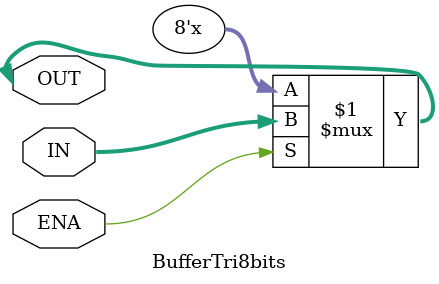
<source format=v>

module BufferTri8bits (
    input  wire [7:0] IN,
    input  wire ENA,
    inout  wire [7:0] OUT
);

    assign OUT = (ENA) ? IN : 8'bz;

endmodule

</source>
